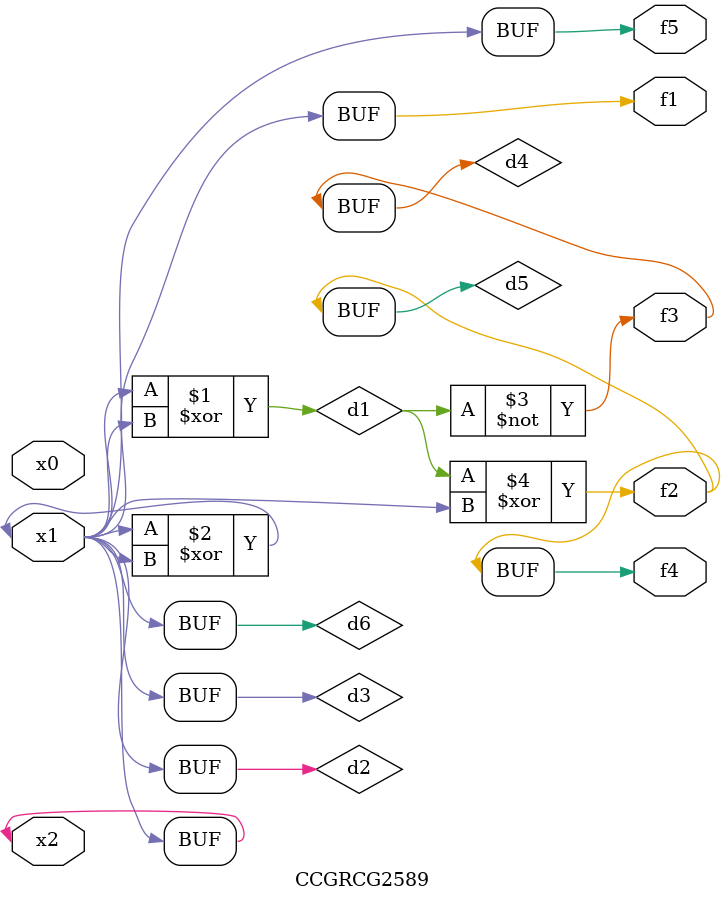
<source format=v>
module CCGRCG2589(
	input x0, x1, x2,
	output f1, f2, f3, f4, f5
);

	wire d1, d2, d3, d4, d5, d6;

	xor (d1, x1, x2);
	buf (d2, x1, x2);
	xor (d3, x1, x2);
	nor (d4, d1);
	xor (d5, d1, d2);
	buf (d6, d2, d3);
	assign f1 = d6;
	assign f2 = d5;
	assign f3 = d4;
	assign f4 = d5;
	assign f5 = d6;
endmodule

</source>
